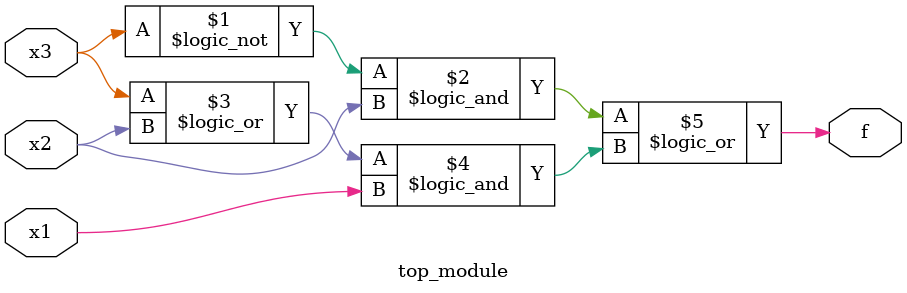
<source format=v>
module top_module( 
    input x3,
    input x2,
    input x1,  // three inputs
    output f   // one output
);
    assign f = (!x3&&x2) || ((x3||x2)&&x1);

endmodule
</source>
